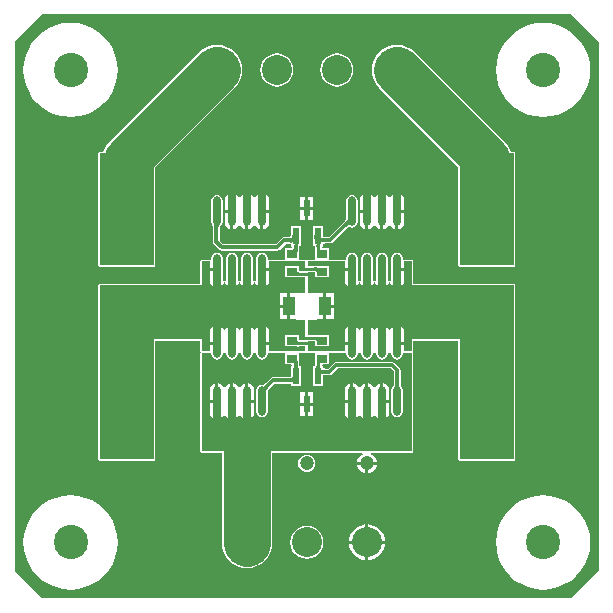
<source format=gtl>
G04*
G04 #@! TF.GenerationSoftware,Altium Limited,Altium Designer,21.6.1 (37)*
G04*
G04 Layer_Physical_Order=1*
G04 Layer_Color=255*
%FSLAX25Y25*%
%MOIN*%
G70*
G04*
G04 #@! TF.SameCoordinates,6932302D-1246-4337-B808-B0F653D0E11F*
G04*
G04*
G04 #@! TF.FilePolarity,Positive*
G04*
G01*
G75*
%ADD11C,0.01000*%
%ADD18R,0.04016X0.06496*%
%ADD19R,0.02362X0.05709*%
%ADD20O,0.02756X0.09843*%
%ADD21R,0.03543X0.02756*%
%ADD31O,0.12000X0.08000*%
%ADD32C,0.02362*%
%ADD33C,0.15748*%
%ADD34C,0.01181*%
%ADD35R,0.36000X0.18000*%
%ADD36R,0.18000X0.37300*%
%ADD37R,0.18000X0.54000*%
%ADD38R,0.18000X0.56000*%
%ADD39C,0.11417*%
%ADD40C,0.10000*%
%ADD41R,0.10000X0.10000*%
%ADD42C,0.04724*%
%ADD43C,0.03150*%
G36*
X259212Y215176D02*
X259212Y38871D01*
X249959Y29618D01*
X73654Y29618D01*
X64401Y38871D01*
X64401Y215176D01*
X73654Y224429D01*
X249959Y224429D01*
X259212Y215176D01*
X259212Y215176D02*
G37*
%LPC*%
G36*
X171806Y211311D02*
X170370Y211122D01*
X169033Y210568D01*
X167884Y209686D01*
X167002Y208538D01*
X166448Y207200D01*
X166259Y205764D01*
X166448Y204328D01*
X167002Y202990D01*
X167884Y201841D01*
X169033Y200959D01*
X170370Y200405D01*
X171806Y200216D01*
X173242Y200405D01*
X174580Y200959D01*
X175729Y201841D01*
X176611Y202990D01*
X177165Y204328D01*
X177354Y205764D01*
X177165Y207200D01*
X176611Y208538D01*
X175729Y209686D01*
X174580Y210568D01*
X173242Y211122D01*
X171806Y211311D01*
X171806Y211311D02*
G37*
G36*
X151806Y211311D02*
X150371Y211122D01*
X149033Y210568D01*
X147884Y209686D01*
X147002Y208538D01*
X146448Y207200D01*
X146259Y205764D01*
X146448Y204328D01*
X147002Y202990D01*
X147884Y201841D01*
X149033Y200959D01*
X150371Y200405D01*
X151806Y200216D01*
X153242Y200405D01*
X154580Y200959D01*
X155729Y201841D01*
X156611Y202990D01*
X157165Y204328D01*
X157354Y205764D01*
X157165Y207200D01*
X156611Y208538D01*
X155729Y209686D01*
X154580Y210568D01*
X153242Y211122D01*
X151806Y211311D01*
X151806Y211311D02*
G37*
G36*
X240546Y221470D02*
X238089Y221276D01*
X235693Y220701D01*
X233416Y219758D01*
X231315Y218470D01*
X229441Y216869D01*
X227840Y214996D01*
X226552Y212894D01*
X225609Y210617D01*
X225034Y208221D01*
X224840Y205764D01*
X225034Y203307D01*
X225609Y200910D01*
X226552Y198633D01*
X227840Y196532D01*
X229441Y194658D01*
X231315Y193057D01*
X233416Y191770D01*
X235693Y190827D01*
X238089Y190251D01*
X240546Y190058D01*
X243003Y190251D01*
X245400Y190827D01*
X247677Y191770D01*
X249778Y193057D01*
X251652Y194658D01*
X253253Y196532D01*
X254540Y198633D01*
X255484Y200910D01*
X256059Y203307D01*
X256252Y205764D01*
X256059Y208221D01*
X255484Y210617D01*
X254540Y212894D01*
X253253Y214996D01*
X251652Y216869D01*
X249778Y218470D01*
X247677Y219758D01*
X245400Y220701D01*
X243003Y221276D01*
X240546Y221470D01*
X240546Y221470D02*
G37*
G36*
X83066Y221470D02*
X80609Y221276D01*
X78213Y220701D01*
X75936Y219758D01*
X73834Y218470D01*
X71960Y216869D01*
X70360Y214996D01*
X69072Y212894D01*
X68129Y210617D01*
X67554Y208221D01*
X67360Y205764D01*
X67554Y203307D01*
X68129Y200910D01*
X69072Y198633D01*
X70360Y196532D01*
X71960Y194658D01*
X73834Y193057D01*
X75936Y191770D01*
X78213Y190827D01*
X80609Y190251D01*
X83066Y190058D01*
X85523Y190251D01*
X87919Y190827D01*
X90197Y191770D01*
X92298Y193057D01*
X94172Y194658D01*
X95772Y196532D01*
X97060Y198633D01*
X98003Y200910D01*
X98579Y203307D01*
X98772Y205764D01*
X98579Y208221D01*
X98003Y210617D01*
X97060Y212894D01*
X95772Y214996D01*
X94172Y216869D01*
X92298Y218470D01*
X90197Y219758D01*
X87919Y220701D01*
X85523Y221276D01*
X83066Y221470D01*
X83066Y221470D02*
G37*
G36*
X190605Y164270D02*
X190092Y163927D01*
X189566Y163140D01*
X189561Y163115D01*
X189051Y163115D01*
X189046Y163140D01*
X188521Y163927D01*
X188045Y164245D01*
X188137Y162569D01*
X187306Y162569D01*
X187306Y158669D01*
X187306Y152801D01*
X187734Y152886D01*
X188521Y153412D01*
X189046Y154198D01*
X189051Y154224D01*
X189561Y154224D01*
X189566Y154198D01*
X190092Y153412D01*
X190878Y152886D01*
X191306Y152801D01*
X191306Y158669D01*
X191306Y162569D01*
X190475Y162569D01*
X190504Y162661D01*
X190529Y162793D01*
X190552Y162965D01*
X190588Y163427D01*
X190605Y164270D01*
X190605Y164270D02*
G37*
G36*
X185605Y164270D02*
X185092Y163927D01*
X184566Y163140D01*
X184561Y163115D01*
X184051Y163115D01*
X184046Y163140D01*
X183521Y163927D01*
X183045Y164245D01*
X183137Y162569D01*
X182306Y162569D01*
X182306Y158669D01*
X182306Y152801D01*
X182734Y152886D01*
X183521Y153412D01*
X184046Y154198D01*
X184051Y154224D01*
X184561Y154224D01*
X184566Y154198D01*
X185092Y153412D01*
X185879Y152886D01*
X186306Y152801D01*
X186306Y158669D01*
X186306Y162569D01*
X185476Y162569D01*
X185504Y162661D01*
X185529Y162793D01*
X185552Y162965D01*
X185588Y163427D01*
X185605Y164270D01*
X185605Y164270D02*
G37*
G36*
X145605Y164270D02*
X145092Y163927D01*
X144566Y163140D01*
X144561Y163115D01*
X144051Y163115D01*
X144046Y163140D01*
X143521Y163927D01*
X143044Y164245D01*
X143137Y162569D01*
X142306Y162569D01*
X142306Y158669D01*
X142306Y152801D01*
X142734Y152886D01*
X143521Y153412D01*
X144046Y154198D01*
X144051Y154224D01*
X144561Y154224D01*
X144566Y154198D01*
X145092Y153412D01*
X145879Y152886D01*
X146306Y152801D01*
X146306Y158669D01*
X146306Y162569D01*
X145475Y162569D01*
X145504Y162661D01*
X145529Y162793D01*
X145552Y162965D01*
X145588Y163427D01*
X145605Y164270D01*
X145605Y164270D02*
G37*
G36*
X140605Y164270D02*
X140092Y163927D01*
X139566Y163140D01*
X139561Y163115D01*
X139051Y163115D01*
X139046Y163140D01*
X138521Y163927D01*
X138045Y164245D01*
X138137Y162569D01*
X137306Y162569D01*
X137306Y158669D01*
X137306Y152801D01*
X137734Y152886D01*
X138521Y153412D01*
X139046Y154198D01*
X139051Y154224D01*
X139561Y154224D01*
X139566Y154198D01*
X140092Y153412D01*
X140878Y152886D01*
X141306Y152801D01*
X141306Y158669D01*
X141306Y162569D01*
X140475Y162569D01*
X140504Y162661D01*
X140529Y162793D01*
X140552Y162965D01*
X140588Y163427D01*
X140605Y164270D01*
X140605Y164270D02*
G37*
G36*
X163987Y163504D02*
X162306Y163504D01*
X162306Y160150D01*
X163987Y160150D01*
X163987Y163504D01*
X163987Y163504D02*
G37*
G36*
X161306Y163504D02*
X159625Y163504D01*
X159625Y160150D01*
X161306Y160150D01*
X161306Y163504D01*
X161306Y163504D02*
G37*
G36*
X193044Y164245D02*
X193137Y162569D01*
X192306Y162569D01*
X192306Y159169D01*
X194231Y159169D01*
X194231Y162213D01*
X194046Y163140D01*
X193521Y163927D01*
X193044Y164245D01*
X193044Y164245D02*
G37*
G36*
X180605Y164270D02*
X180092Y163927D01*
X179566Y163140D01*
X179382Y162213D01*
X179382Y159169D01*
X181306Y159169D01*
X181306Y162569D01*
X180475Y162569D01*
X180504Y162661D01*
X180529Y162793D01*
X180552Y162965D01*
X180588Y163427D01*
X180605Y164270D01*
X180605Y164270D02*
G37*
G36*
X148045Y164245D02*
X148137Y162569D01*
X147306Y162569D01*
X147306Y159169D01*
X149231Y159169D01*
X149231Y162213D01*
X149046Y163140D01*
X148521Y163927D01*
X148045Y164245D01*
X148045Y164245D02*
G37*
G36*
X135605Y164270D02*
X135092Y163927D01*
X134566Y163140D01*
X134382Y162213D01*
X134382Y159169D01*
X136306Y159169D01*
X136306Y162569D01*
X135476Y162569D01*
X135504Y162661D01*
X135529Y162793D01*
X135552Y162965D01*
X135588Y163427D01*
X135605Y164270D01*
X135605Y164270D02*
G37*
G36*
X163987Y159150D02*
X162306Y159150D01*
X162306Y155795D01*
X163987Y155795D01*
X163987Y159150D01*
X163987Y159150D02*
G37*
G36*
X161306Y159150D02*
X159625Y159150D01*
X159625Y155795D01*
X161306Y155795D01*
X161306Y159150D01*
X161306Y159150D02*
G37*
G36*
X194231Y158169D02*
X192306Y158169D01*
X192306Y152801D01*
X192734Y152886D01*
X193521Y153412D01*
X194046Y154198D01*
X194231Y155126D01*
X194231Y158169D01*
X194231Y158169D02*
G37*
G36*
X181306Y158169D02*
X179382Y158169D01*
X179382Y155126D01*
X179566Y154198D01*
X180092Y153412D01*
X180878Y152886D01*
X181306Y152801D01*
X181306Y158169D01*
X181306Y158169D02*
G37*
G36*
X149231Y158169D02*
X147306Y158169D01*
X147306Y152801D01*
X147734Y152886D01*
X148521Y153412D01*
X149046Y154198D01*
X149231Y155126D01*
X149231Y158169D01*
X149231Y158169D02*
G37*
G36*
X136306Y158169D02*
X134382Y158169D01*
X134382Y155126D01*
X134566Y154198D01*
X135092Y153412D01*
X135879Y152886D01*
X136306Y152801D01*
X136306Y158169D01*
X136306Y158169D02*
G37*
G36*
X176806Y164127D02*
X176074Y163982D01*
X175452Y163567D01*
X175037Y162945D01*
X174892Y162213D01*
X174892Y156447D01*
X174882Y156408D01*
X174892Y156351D01*
X174892Y156280D01*
X174872Y156199D01*
X174824Y156079D01*
X174743Y155926D01*
X174629Y155748D01*
X174483Y155551D01*
X174075Y155079D01*
X173822Y154818D01*
X173804Y154772D01*
X169168Y150136D01*
X167955Y150136D01*
X167911Y150155D01*
X167701Y150161D01*
X167535Y150175D01*
X167402Y150197D01*
X167305Y150223D01*
X167245Y150247D01*
X167243Y150248D01*
X167242Y150262D01*
X167227Y150288D01*
X167227Y153752D01*
X163865Y153752D01*
X163865Y150592D01*
X163819Y150357D01*
X163819Y149705D01*
X163819Y149705D01*
X163865Y149471D01*
X163865Y147043D01*
X164447Y147043D01*
X164452Y147031D01*
X164472Y146958D01*
X164489Y146852D01*
X164501Y146717D01*
X164505Y146541D01*
X164505Y146541D01*
X164505Y145842D01*
X164527Y145791D01*
X164527Y145354D01*
X164535Y145315D01*
X164535Y142598D01*
X164049Y142565D01*
X162306Y142565D01*
X161924Y142406D01*
X161689Y142406D01*
X161306Y142565D01*
X159564Y142565D01*
X159078Y142598D01*
X159078Y143065D01*
X159078Y145315D01*
X159086Y145354D01*
X159086Y145791D01*
X159107Y145842D01*
X159107Y146541D01*
X159112Y146717D01*
X159124Y146852D01*
X159141Y146958D01*
X159160Y147031D01*
X159165Y147043D01*
X159747Y147043D01*
X159747Y153752D01*
X156385Y153752D01*
X156385Y150592D01*
X156339Y150357D01*
X156339Y150135D01*
X156308Y150123D01*
X156210Y150097D01*
X156078Y150075D01*
X155912Y150061D01*
X155702Y150055D01*
X155658Y150036D01*
X154279Y150036D01*
X153853Y149951D01*
X153492Y149710D01*
X151518Y147736D01*
X133909Y147736D01*
X132802Y148842D01*
X132802Y152582D01*
X132820Y152617D01*
X132814Y152635D01*
X132822Y152653D01*
X132828Y152955D01*
X132844Y153209D01*
X132869Y153421D01*
X132901Y153589D01*
X132904Y153601D01*
X133160Y153772D01*
X133258Y153919D01*
X133274Y153927D01*
X133284Y153957D01*
X133575Y154393D01*
X133721Y155126D01*
X133721Y162213D01*
X133575Y162945D01*
X133160Y163567D01*
X132539Y163982D01*
X131806Y164127D01*
X131074Y163982D01*
X130452Y163567D01*
X130037Y162945D01*
X129892Y162213D01*
X129892Y155126D01*
X130037Y154393D01*
X130148Y154228D01*
X130171Y154125D01*
X130252Y154011D01*
X130313Y153908D01*
X130368Y153797D01*
X130416Y153678D01*
X130458Y153550D01*
X130494Y153413D01*
X130520Y153273D01*
X130555Y152935D01*
X130559Y152752D01*
X130579Y152708D01*
X130579Y148382D01*
X130579Y148382D01*
X130663Y147956D01*
X130904Y147596D01*
X132662Y145837D01*
X132662Y145837D01*
X133023Y145596D01*
X133449Y145512D01*
X151979Y145512D01*
X151979Y145512D01*
X152404Y145596D01*
X152765Y145837D01*
X154739Y147812D01*
X155658Y147812D01*
X155702Y147792D01*
X155912Y147787D01*
X156078Y147772D01*
X156210Y147750D01*
X156307Y147724D01*
X156368Y147700D01*
X156369Y147699D01*
X156371Y147685D01*
X156385Y147659D01*
X156385Y147043D01*
X156509Y147043D01*
X156716Y146697D01*
X156511Y146354D01*
X154535Y146354D01*
X154535Y142598D01*
X154049Y142565D01*
X149231Y142565D01*
X149221Y142561D01*
X148721Y142895D01*
X148721Y142921D01*
X148575Y143654D01*
X148160Y144275D01*
X147539Y144690D01*
X146806Y144836D01*
X146074Y144690D01*
X145452Y144275D01*
X145037Y143654D01*
X144892Y142921D01*
X144892Y135886D01*
X144868Y135825D01*
X144837Y135790D01*
X144454Y135474D01*
X144159Y135474D01*
X143776Y135790D01*
X143745Y135825D01*
X143721Y135886D01*
X143721Y142921D01*
X143575Y143654D01*
X143160Y144275D01*
X142539Y144690D01*
X141806Y144836D01*
X141074Y144690D01*
X140452Y144275D01*
X140037Y143654D01*
X139892Y142921D01*
X139892Y135886D01*
X139868Y135825D01*
X139837Y135790D01*
X139453Y135474D01*
X139159Y135474D01*
X138776Y135790D01*
X138745Y135825D01*
X138721Y135886D01*
X138721Y142921D01*
X138575Y143654D01*
X138160Y144275D01*
X137539Y144690D01*
X136806Y144836D01*
X136074Y144690D01*
X135452Y144275D01*
X135037Y143654D01*
X134892Y142921D01*
X134892Y135886D01*
X134868Y135825D01*
X134837Y135790D01*
X134453Y135474D01*
X134159Y135474D01*
X133776Y135790D01*
X133745Y135825D01*
X133721Y135886D01*
X133721Y142921D01*
X133575Y143654D01*
X133160Y144275D01*
X132539Y144690D01*
X131806Y144836D01*
X131074Y144690D01*
X130452Y144275D01*
X130037Y143654D01*
X129892Y142921D01*
X129892Y142895D01*
X129392Y142561D01*
X129382Y142565D01*
X126806Y142565D01*
X126424Y142406D01*
X126265Y142024D01*
X126265Y134565D01*
X92806Y134565D01*
X92424Y134406D01*
X92265Y134024D01*
X92265Y132024D01*
X92265Y116024D01*
X92265Y76024D01*
X92424Y75641D01*
X92806Y75482D01*
X110806Y75482D01*
X111189Y75641D01*
X111347Y76024D01*
X111347Y115482D01*
X126265Y115482D01*
X126265Y112024D01*
X126377Y111753D01*
X126265Y111482D01*
X126265Y78740D01*
X126424Y78357D01*
X126806Y78199D01*
X133392Y78199D01*
X133392Y70024D01*
X133392Y48024D01*
X133553Y46382D01*
X134032Y44804D01*
X134810Y43349D01*
X135856Y42074D01*
X137131Y41027D01*
X138586Y40250D01*
X140165Y39771D01*
X141806Y39609D01*
X143448Y39771D01*
X145026Y40250D01*
X146481Y41027D01*
X147756Y42074D01*
X148803Y43349D01*
X149580Y44804D01*
X150059Y46382D01*
X150221Y48024D01*
X150221Y70024D01*
X150221Y78199D01*
X180341Y78199D01*
X180440Y77699D01*
X180111Y77562D01*
X179408Y77024D01*
X178869Y76321D01*
X178531Y75503D01*
X178481Y75126D01*
X181806Y75126D01*
X185132Y75126D01*
X185082Y75503D01*
X184743Y76321D01*
X184204Y77024D01*
X183502Y77562D01*
X183173Y77699D01*
X183272Y78199D01*
X196806Y78199D01*
X197189Y78357D01*
X197347Y78740D01*
X197347Y111482D01*
X197235Y111753D01*
X197347Y112024D01*
X197347Y115482D01*
X212265Y115482D01*
X212265Y76024D01*
X212424Y75641D01*
X212806Y75482D01*
X230806Y75482D01*
X231189Y75641D01*
X231347Y76024D01*
X231347Y130024D01*
X231347Y134024D01*
X231189Y134406D01*
X230806Y134565D01*
X197347Y134565D01*
X197347Y142024D01*
X197189Y142406D01*
X196806Y142565D01*
X194231Y142565D01*
X194221Y142561D01*
X193721Y142895D01*
X193721Y142921D01*
X193575Y143654D01*
X193160Y144275D01*
X192539Y144690D01*
X191806Y144836D01*
X191074Y144690D01*
X190452Y144275D01*
X190037Y143654D01*
X189892Y142921D01*
X189892Y135886D01*
X189868Y135825D01*
X189837Y135790D01*
X189453Y135474D01*
X189159Y135474D01*
X188776Y135790D01*
X188745Y135825D01*
X188721Y135886D01*
X188721Y142921D01*
X188575Y143654D01*
X188160Y144275D01*
X187539Y144690D01*
X186806Y144836D01*
X186074Y144690D01*
X185452Y144275D01*
X185037Y143654D01*
X184892Y142921D01*
X184892Y135886D01*
X184868Y135825D01*
X184837Y135790D01*
X184453Y135474D01*
X184159Y135474D01*
X183776Y135790D01*
X183745Y135825D01*
X183721Y135886D01*
X183721Y142921D01*
X183575Y143654D01*
X183160Y144275D01*
X182539Y144690D01*
X181806Y144836D01*
X181074Y144690D01*
X180452Y144275D01*
X180037Y143654D01*
X179892Y142921D01*
X179892Y135886D01*
X179868Y135825D01*
X179837Y135790D01*
X179454Y135474D01*
X179159Y135474D01*
X178776Y135790D01*
X178745Y135825D01*
X178721Y135886D01*
X178721Y142921D01*
X178575Y143654D01*
X178160Y144275D01*
X177539Y144690D01*
X176806Y144836D01*
X176074Y144690D01*
X175452Y144275D01*
X175037Y143654D01*
X174892Y142921D01*
X174892Y142895D01*
X174391Y142561D01*
X174382Y142565D01*
X169564Y142565D01*
X169078Y142598D01*
X169078Y143065D01*
X169078Y146354D01*
X167102Y146354D01*
X166896Y146697D01*
X167103Y147043D01*
X167227Y147043D01*
X167227Y147759D01*
X167242Y147785D01*
X167243Y147799D01*
X167245Y147800D01*
X167305Y147824D01*
X167402Y147850D01*
X167535Y147872D01*
X167701Y147887D01*
X167911Y147892D01*
X167955Y147912D01*
X169628Y147912D01*
X169628Y147912D01*
X170054Y147996D01*
X170415Y148237D01*
X175180Y153003D01*
X175200Y153007D01*
X175225Y153045D01*
X175267Y153062D01*
X175445Y153233D01*
X175524Y153275D01*
X175917Y153420D01*
X175949Y153417D01*
X175971Y153395D01*
X176017Y153395D01*
X176074Y153357D01*
X176806Y153211D01*
X177539Y153357D01*
X178160Y153772D01*
X178575Y154393D01*
X178721Y155126D01*
X178721Y162213D01*
X178575Y162945D01*
X178160Y163567D01*
X177539Y163982D01*
X176806Y164127D01*
X176806Y164127D02*
G37*
G36*
X191806Y214178D02*
X190165Y214017D01*
X188586Y213538D01*
X187131Y212760D01*
X185856Y211714D01*
X184810Y210439D01*
X184032Y208984D01*
X183553Y207405D01*
X183392Y205764D01*
X183553Y204122D01*
X184032Y202544D01*
X184810Y201089D01*
X185856Y199814D01*
X212265Y173405D01*
X212265Y140724D01*
X212424Y140341D01*
X212806Y140182D01*
X230806Y140182D01*
X231189Y140341D01*
X231347Y140724D01*
X231347Y178024D01*
X231189Y178406D01*
X230806Y178565D01*
X229707Y178565D01*
X229580Y178984D01*
X228803Y180439D01*
X227756Y181714D01*
X197756Y211714D01*
X196481Y212760D01*
X195026Y213538D01*
X193448Y214017D01*
X191806Y214178D01*
X191806Y214178D02*
G37*
G36*
X131806Y214178D02*
X130165Y214017D01*
X128586Y213538D01*
X127131Y212760D01*
X125856Y211714D01*
X95856Y181714D01*
X94810Y180439D01*
X94032Y178984D01*
X93905Y178565D01*
X92806Y178565D01*
X92424Y178406D01*
X92265Y178024D01*
X92265Y140724D01*
X92424Y140341D01*
X92806Y140182D01*
X110806Y140182D01*
X111189Y140341D01*
X111347Y140724D01*
X111347Y173405D01*
X137756Y199814D01*
X138803Y201089D01*
X139580Y202544D01*
X140059Y204122D01*
X140221Y205764D01*
X140059Y207405D01*
X139580Y208984D01*
X138803Y210439D01*
X137756Y211714D01*
X136481Y212760D01*
X135026Y213538D01*
X133448Y214017D01*
X131806Y214178D01*
X131806Y214178D02*
G37*
G36*
X161806Y77513D02*
X161059Y77414D01*
X160363Y77126D01*
X159765Y76667D01*
X159306Y76069D01*
X159018Y75373D01*
X158919Y74626D01*
X159018Y73879D01*
X159306Y73182D01*
X159765Y72584D01*
X160363Y72126D01*
X161059Y71837D01*
X161806Y71739D01*
X162554Y71837D01*
X163250Y72126D01*
X163848Y72584D01*
X164306Y73182D01*
X164595Y73879D01*
X164693Y74626D01*
X164595Y75373D01*
X164306Y76069D01*
X163848Y76667D01*
X163250Y77126D01*
X162554Y77414D01*
X161806Y77513D01*
X161806Y77513D02*
G37*
G36*
X181306Y74126D02*
X178481Y74126D01*
X178531Y73748D01*
X178869Y72930D01*
X179408Y72228D01*
X180111Y71689D01*
X180929Y71350D01*
X181306Y71300D01*
X181306Y74126D01*
X181306Y74126D02*
G37*
G36*
X185132Y74126D02*
X182306Y74126D01*
X182306Y71300D01*
X182684Y71350D01*
X183502Y71689D01*
X184204Y72228D01*
X184743Y72930D01*
X185082Y73748D01*
X185132Y74126D01*
X185132Y74126D02*
G37*
G36*
X182306Y54263D02*
X182306Y48783D01*
X187786Y48783D01*
X187720Y49460D01*
X187376Y50591D01*
X186819Y51633D01*
X186070Y52547D01*
X185156Y53296D01*
X184114Y53854D01*
X182983Y54197D01*
X182306Y54263D01*
X182306Y54263D02*
G37*
G36*
X181306Y54263D02*
X180630Y54197D01*
X179499Y53854D01*
X178457Y53296D01*
X177543Y52547D01*
X176793Y51633D01*
X176236Y50591D01*
X175893Y49460D01*
X175827Y48783D01*
X181306Y48783D01*
X181306Y54263D01*
X181306Y54263D02*
G37*
G36*
X161806Y53831D02*
X160371Y53642D01*
X159033Y53088D01*
X157884Y52206D01*
X157002Y51057D01*
X156448Y49719D01*
X156259Y48283D01*
X156448Y46848D01*
X157002Y45510D01*
X157884Y44361D01*
X159033Y43479D01*
X160371Y42925D01*
X161806Y42736D01*
X163242Y42925D01*
X164580Y43479D01*
X165729Y44361D01*
X166611Y45510D01*
X167165Y46848D01*
X167354Y48283D01*
X167165Y49719D01*
X166611Y51057D01*
X165729Y52206D01*
X164580Y53088D01*
X163242Y53642D01*
X161806Y53831D01*
X161806Y53831D02*
G37*
G36*
X181306Y47783D02*
X175827Y47783D01*
X175893Y47107D01*
X176236Y45976D01*
X176793Y44934D01*
X177543Y44020D01*
X178457Y43270D01*
X179499Y42713D01*
X180630Y42370D01*
X181306Y42304D01*
X181306Y47783D01*
X181306Y47783D02*
G37*
G36*
X187786Y47783D02*
X182306Y47783D01*
X182306Y42304D01*
X182983Y42370D01*
X184114Y42713D01*
X185156Y43270D01*
X186070Y44020D01*
X186819Y44934D01*
X187376Y45976D01*
X187720Y47107D01*
X187786Y47783D01*
X187786Y47783D02*
G37*
G36*
X240546Y63989D02*
X238089Y63796D01*
X235693Y63221D01*
X233416Y62278D01*
X231315Y60990D01*
X229441Y59389D01*
X227840Y57515D01*
X226552Y55414D01*
X225609Y53137D01*
X225034Y50740D01*
X224840Y48283D01*
X225034Y45827D01*
X225609Y43430D01*
X226552Y41153D01*
X227840Y39052D01*
X229441Y37178D01*
X231315Y35577D01*
X233416Y34289D01*
X235693Y33346D01*
X238089Y32771D01*
X240546Y32578D01*
X243003Y32771D01*
X245400Y33346D01*
X247677Y34289D01*
X249778Y35577D01*
X251652Y37178D01*
X253253Y39052D01*
X254540Y41153D01*
X255484Y43430D01*
X256059Y45827D01*
X256252Y48283D01*
X256059Y50740D01*
X255484Y53137D01*
X254540Y55414D01*
X253253Y57515D01*
X251652Y59389D01*
X249778Y60990D01*
X247677Y62278D01*
X245400Y63221D01*
X243003Y63796D01*
X240546Y63989D01*
X240546Y63989D02*
G37*
G36*
X83066Y63989D02*
X80609Y63796D01*
X78213Y63221D01*
X75936Y62278D01*
X73834Y60990D01*
X71960Y59389D01*
X70360Y57515D01*
X69072Y55414D01*
X68129Y53137D01*
X67554Y50740D01*
X67360Y48283D01*
X67554Y45827D01*
X68129Y43430D01*
X69072Y41153D01*
X70360Y39052D01*
X71960Y37178D01*
X73834Y35577D01*
X75936Y34289D01*
X78213Y33346D01*
X80609Y32771D01*
X83066Y32578D01*
X85523Y32771D01*
X87919Y33346D01*
X90197Y34289D01*
X92298Y35577D01*
X94172Y37178D01*
X95772Y39052D01*
X97060Y41153D01*
X98003Y43430D01*
X98579Y45827D01*
X98772Y48283D01*
X98579Y50740D01*
X98003Y53137D01*
X97060Y55414D01*
X95772Y57515D01*
X94172Y59389D01*
X92298Y60990D01*
X90197Y62278D01*
X87919Y63221D01*
X85523Y63796D01*
X83066Y63989D01*
X83066Y63989D02*
G37*
%LPD*%
G36*
X176177Y153895D02*
X176130Y154008D01*
X176065Y154086D01*
X175981Y154129D01*
X175880Y154137D01*
X175760Y154110D01*
X175623Y154049D01*
X175468Y153952D01*
X175294Y153820D01*
X175102Y153654D01*
X174892Y153453D01*
X174211Y154441D01*
X174475Y154713D01*
X174906Y155213D01*
X175075Y155441D01*
X175211Y155653D01*
X175316Y155851D01*
X175389Y156034D01*
X175430Y156202D01*
X175439Y156356D01*
X175417Y156494D01*
X176177Y153895D01*
X176177Y153895D02*
G37*
G36*
X132862Y154278D02*
X132752Y154269D01*
X132653Y154226D01*
X132566Y154150D01*
X132490Y154039D01*
X132426Y153895D01*
X132374Y153716D01*
X132333Y153504D01*
X132304Y153258D01*
X132287Y152977D01*
X132281Y152663D01*
X131100Y152765D01*
X131095Y152969D01*
X131056Y153351D01*
X131022Y153531D01*
X130978Y153702D01*
X130925Y153865D01*
X130861Y154020D01*
X130788Y154167D01*
X130706Y154306D01*
X130613Y154437D01*
X132862Y154278D01*
X132862Y154278D02*
G37*
G36*
X166716Y150092D02*
X166751Y149992D01*
X166811Y149904D01*
X166894Y149827D01*
X167002Y149762D01*
X167133Y149709D01*
X167288Y149667D01*
X167467Y149638D01*
X167670Y149620D01*
X167897Y149614D01*
X167897Y148433D01*
X167670Y148427D01*
X167467Y148409D01*
X167288Y148380D01*
X167133Y148339D01*
X167002Y148285D01*
X166894Y148221D01*
X166811Y148144D01*
X166751Y148055D01*
X166716Y147955D01*
X166703Y147843D01*
X166703Y150205D01*
X166716Y150092D01*
X166716Y150092D02*
G37*
G36*
X156909Y147742D02*
X156897Y147855D01*
X156861Y147955D01*
X156802Y148044D01*
X156718Y148120D01*
X156611Y148185D01*
X156480Y148239D01*
X156324Y148280D01*
X156146Y148309D01*
X155943Y148327D01*
X155716Y148333D01*
X155716Y149514D01*
X155943Y149520D01*
X156146Y149538D01*
X156324Y149567D01*
X156480Y149609D01*
X156611Y149662D01*
X156718Y149727D01*
X156802Y149803D01*
X156861Y149892D01*
X156897Y149993D01*
X156909Y150105D01*
X156909Y147742D01*
X156909Y147742D02*
G37*
G36*
X166451Y147557D02*
X166367Y147527D01*
X166291Y147476D01*
X166226Y147405D01*
X166172Y147314D01*
X166126Y147203D01*
X166092Y147071D01*
X166067Y146920D01*
X166051Y146748D01*
X166050Y146699D01*
X166051Y146651D01*
X166067Y146479D01*
X166092Y146328D01*
X166126Y146197D01*
X166172Y146085D01*
X166226Y145994D01*
X166291Y145923D01*
X166367Y145872D01*
X166451Y145841D01*
X166546Y145830D01*
X165047Y145842D01*
X165047Y146555D01*
X165047Y146555D01*
X165041Y146748D01*
X165026Y146920D01*
X165001Y147071D01*
X164966Y147203D01*
X164921Y147314D01*
X164866Y147405D01*
X164801Y147476D01*
X164726Y147527D01*
X164641Y147557D01*
X164547Y147567D01*
X166546Y147567D01*
X166451Y147557D01*
X166451Y147557D02*
G37*
G36*
X158971Y147557D02*
X158886Y147527D01*
X158811Y147476D01*
X158746Y147405D01*
X158691Y147314D01*
X158646Y147203D01*
X158611Y147071D01*
X158586Y146920D01*
X158571Y146748D01*
X158566Y146555D01*
X158566Y146555D01*
X158566Y145842D01*
X157066Y145830D01*
X157161Y145841D01*
X157246Y145872D01*
X157321Y145923D01*
X157386Y145994D01*
X157441Y146085D01*
X157486Y146197D01*
X157521Y146328D01*
X157546Y146479D01*
X157561Y146651D01*
X157562Y146699D01*
X157561Y146748D01*
X157546Y146920D01*
X157521Y147071D01*
X157486Y147203D01*
X157441Y147314D01*
X157386Y147405D01*
X157321Y147476D01*
X157246Y147527D01*
X157161Y147557D01*
X157066Y147567D01*
X159066Y147567D01*
X158971Y147557D01*
X158971Y147557D02*
G37*
G36*
X165059Y138424D02*
X165048Y138519D01*
X165017Y138604D01*
X164966Y138679D01*
X164895Y138744D01*
X164804Y138799D01*
X164692Y138844D01*
X164561Y138879D01*
X164410Y138904D01*
X164238Y138919D01*
X164047Y138924D01*
X164047Y139924D01*
X165047Y139937D01*
X165059Y138424D01*
X165059Y138424D02*
G37*
G36*
X158565Y138623D02*
X158596Y138538D01*
X158647Y138463D01*
X158718Y138398D01*
X158809Y138343D01*
X158920Y138298D01*
X159052Y138263D01*
X159203Y138238D01*
X159374Y138223D01*
X159566Y138218D01*
X159566Y137218D01*
X158566Y137205D01*
X158554Y138718D01*
X158565Y138623D01*
X158565Y138623D02*
G37*
G36*
X196806Y112024D02*
X194231Y112024D01*
X194231Y114169D01*
X191806Y114169D01*
X191806Y114669D01*
X191306Y114669D01*
X191306Y118569D01*
X190475Y118569D01*
X190504Y118661D01*
X190529Y118793D01*
X190552Y118965D01*
X190588Y119427D01*
X190605Y120270D01*
X190092Y119927D01*
X189566Y119140D01*
X189561Y119115D01*
X189051Y119115D01*
X189046Y119140D01*
X188521Y119927D01*
X188045Y120245D01*
X188137Y118569D01*
X187306Y118569D01*
X187306Y114669D01*
X186306Y114669D01*
X186306Y118569D01*
X185476Y118569D01*
X185504Y118661D01*
X185529Y118793D01*
X185552Y118965D01*
X185588Y119427D01*
X185605Y120270D01*
X185092Y119927D01*
X184566Y119140D01*
X184561Y119115D01*
X184051Y119115D01*
X184046Y119140D01*
X183521Y119927D01*
X183045Y120245D01*
X183137Y118569D01*
X182306Y118569D01*
X182306Y114669D01*
X181306Y114669D01*
X181306Y118569D01*
X180475Y118569D01*
X180504Y118661D01*
X180529Y118793D01*
X180552Y118965D01*
X180588Y119427D01*
X180605Y120270D01*
X180092Y119927D01*
X179566Y119140D01*
X179561Y119115D01*
X179051Y119115D01*
X179046Y119140D01*
X178521Y119927D01*
X178044Y120245D01*
X178137Y118569D01*
X177306Y118569D01*
X177306Y114669D01*
X176806Y114669D01*
X176806Y114169D01*
X174382Y114169D01*
X174382Y112024D01*
X162306Y112024D01*
X162306Y115310D01*
X163984Y115310D01*
X164032Y115288D01*
X164208Y115284D01*
X164342Y115272D01*
X164447Y115254D01*
X164521Y115235D01*
X164535Y115229D01*
X164535Y113598D01*
X169078Y113598D01*
X169078Y117354D01*
X165633Y117354D01*
X165535Y117374D01*
X165436Y117354D01*
X165114Y117354D01*
X165042Y117384D01*
X165041Y117383D01*
X165040Y117384D01*
X164040Y117370D01*
X163989Y117349D01*
X162306Y117349D01*
X162306Y122545D01*
X164956Y122545D01*
X165339Y122704D01*
X165368Y122776D01*
X167290Y122776D01*
X167290Y127024D01*
X167290Y131272D01*
X165368Y131272D01*
X165339Y131343D01*
X164956Y131502D01*
X162306Y131502D01*
X162306Y138404D01*
X163984Y138404D01*
X164032Y138383D01*
X164208Y138378D01*
X164342Y138366D01*
X164447Y138349D01*
X164521Y138329D01*
X164535Y138324D01*
X164535Y136693D01*
X169078Y136693D01*
X169078Y140449D01*
X165114Y140449D01*
X165042Y140478D01*
X165041Y140477D01*
X165040Y140478D01*
X164040Y140465D01*
X163989Y140443D01*
X162306Y140443D01*
X162306Y142024D01*
X174382Y142024D01*
X174382Y139878D01*
X176806Y139878D01*
X176806Y139378D01*
X177306Y139378D01*
X177306Y135478D01*
X178137Y135478D01*
X178109Y135386D01*
X178083Y135254D01*
X178061Y135082D01*
X178025Y134620D01*
X178008Y133777D01*
X178521Y134120D01*
X179046Y134907D01*
X179051Y134932D01*
X179561Y134932D01*
X179566Y134907D01*
X180092Y134120D01*
X180568Y133802D01*
X180475Y135478D01*
X181306Y135478D01*
X181306Y139378D01*
X182306Y139378D01*
X182306Y135478D01*
X183137Y135478D01*
X183109Y135386D01*
X183083Y135254D01*
X183061Y135082D01*
X183025Y134620D01*
X183008Y133777D01*
X183521Y134120D01*
X184046Y134907D01*
X184051Y134932D01*
X184561Y134932D01*
X184566Y134907D01*
X185092Y134120D01*
X185568Y133802D01*
X185476Y135478D01*
X186306Y135478D01*
X186306Y139378D01*
X187306Y139378D01*
X187306Y135478D01*
X188137Y135478D01*
X188109Y135386D01*
X188083Y135254D01*
X188061Y135082D01*
X188025Y134620D01*
X188008Y133777D01*
X188521Y134120D01*
X189046Y134907D01*
X189051Y134932D01*
X189561Y134932D01*
X189566Y134907D01*
X190092Y134120D01*
X190568Y133802D01*
X190475Y135478D01*
X191306Y135478D01*
X191306Y139378D01*
X191806Y139378D01*
X191806Y139878D01*
X194231Y139878D01*
X194231Y142024D01*
X196806Y142024D01*
X196806Y112024D01*
X196806Y112024D02*
G37*
G36*
X161306Y138738D02*
X159628Y138738D01*
X159580Y138759D01*
X159405Y138764D01*
X159271Y138776D01*
X159166Y138793D01*
X159092Y138812D01*
X159078Y138818D01*
X159078Y140449D01*
X154535Y140449D01*
X154535Y136693D01*
X158498Y136693D01*
X158570Y136664D01*
X158572Y136664D01*
X158573Y136664D01*
X159573Y136677D01*
X159623Y136698D01*
X161306Y136698D01*
X161306Y131502D01*
X158657Y131502D01*
X158274Y131343D01*
X158244Y131272D01*
X156322Y131272D01*
X156322Y127024D01*
X156322Y122776D01*
X158244Y122776D01*
X158274Y122704D01*
X158657Y122545D01*
X161306Y122545D01*
X161306Y115643D01*
X159628Y115643D01*
X159580Y115665D01*
X159405Y115669D01*
X159271Y115681D01*
X159166Y115698D01*
X159092Y115718D01*
X159078Y115724D01*
X159078Y117354D01*
X154535Y117354D01*
X154535Y113598D01*
X158498Y113598D01*
X158570Y113569D01*
X158572Y113570D01*
X158573Y113569D01*
X159573Y113583D01*
X159623Y113604D01*
X161306Y113604D01*
X161306Y112024D01*
X149231Y112024D01*
X149231Y114169D01*
X146806Y114169D01*
X146806Y114669D01*
X146306Y114669D01*
X146306Y118569D01*
X145475Y118569D01*
X145504Y118661D01*
X145529Y118793D01*
X145552Y118965D01*
X145588Y119427D01*
X145605Y120270D01*
X145092Y119927D01*
X144566Y119140D01*
X144561Y119115D01*
X144051Y119115D01*
X144046Y119140D01*
X143521Y119927D01*
X143044Y120245D01*
X143137Y118569D01*
X142306Y118569D01*
X142306Y114669D01*
X141306Y114669D01*
X141306Y118569D01*
X140475Y118569D01*
X140504Y118661D01*
X140529Y118793D01*
X140552Y118965D01*
X140588Y119427D01*
X140605Y120270D01*
X140092Y119927D01*
X139566Y119140D01*
X139561Y119115D01*
X139051Y119115D01*
X139046Y119140D01*
X138521Y119927D01*
X138045Y120245D01*
X138137Y118569D01*
X137306Y118569D01*
X137306Y114669D01*
X136306Y114669D01*
X136306Y118569D01*
X135476Y118569D01*
X135504Y118661D01*
X135529Y118793D01*
X135552Y118965D01*
X135588Y119427D01*
X135605Y120270D01*
X135092Y119927D01*
X134566Y119140D01*
X134561Y119115D01*
X134051Y119115D01*
X134046Y119140D01*
X133521Y119927D01*
X133045Y120245D01*
X133137Y118569D01*
X132306Y118569D01*
X132306Y114669D01*
X131806Y114669D01*
X131806Y114169D01*
X129382Y114169D01*
X129382Y112024D01*
X126806Y112024D01*
X126806Y142024D01*
X129382Y142024D01*
X129382Y139878D01*
X131806Y139878D01*
X131806Y139378D01*
X132306Y139378D01*
X132306Y135478D01*
X133137Y135478D01*
X133109Y135386D01*
X133083Y135254D01*
X133061Y135082D01*
X133025Y134620D01*
X133008Y133777D01*
X133521Y134120D01*
X134046Y134907D01*
X134051Y134932D01*
X134561Y134932D01*
X134566Y134907D01*
X135092Y134120D01*
X135568Y133802D01*
X135476Y135478D01*
X136306Y135478D01*
X136306Y139378D01*
X137306Y139378D01*
X137306Y135478D01*
X138137Y135478D01*
X138109Y135386D01*
X138083Y135254D01*
X138061Y135082D01*
X138025Y134620D01*
X138008Y133777D01*
X138521Y134120D01*
X139046Y134907D01*
X139051Y134932D01*
X139561Y134932D01*
X139566Y134907D01*
X140092Y134120D01*
X140568Y133802D01*
X140475Y135478D01*
X141306Y135478D01*
X141306Y139378D01*
X142306Y139378D01*
X142306Y135478D01*
X143137Y135478D01*
X143109Y135386D01*
X143083Y135254D01*
X143061Y135082D01*
X143025Y134620D01*
X143008Y133777D01*
X143521Y134120D01*
X144046Y134907D01*
X144051Y134932D01*
X144561Y134932D01*
X144566Y134907D01*
X145092Y134120D01*
X145568Y133802D01*
X145475Y135478D01*
X146306Y135478D01*
X146306Y139378D01*
X146806Y139378D01*
X146806Y139878D01*
X149231Y139878D01*
X149231Y142024D01*
X161306Y142024D01*
X161306Y138738D01*
X161306Y138738D02*
G37*
G36*
X165059Y115329D02*
X165048Y115424D01*
X165017Y115509D01*
X164966Y115584D01*
X164895Y115649D01*
X164804Y115704D01*
X164692Y115749D01*
X164561Y115784D01*
X164410Y115809D01*
X164238Y115824D01*
X164047Y115829D01*
X164047Y116829D01*
X165047Y116842D01*
X165059Y115329D01*
X165059Y115329D02*
G37*
G36*
X158565Y115529D02*
X158596Y115444D01*
X158647Y115369D01*
X158718Y115304D01*
X158809Y115249D01*
X158920Y115204D01*
X159052Y115169D01*
X159203Y115144D01*
X159374Y115129D01*
X159566Y115124D01*
X159566Y114124D01*
X158566Y114110D01*
X158554Y115624D01*
X158565Y115529D01*
X158565Y115529D02*
G37*
G36*
X189892Y111126D02*
X190037Y110393D01*
X190452Y109772D01*
X191074Y109357D01*
X191806Y109211D01*
X192539Y109357D01*
X193160Y109772D01*
X193575Y110393D01*
X193721Y111126D01*
X193721Y111281D01*
X194221Y111486D01*
X194231Y111482D01*
X196806Y111482D01*
X196806Y78740D01*
X126806Y78740D01*
X126806Y111482D01*
X129382Y111482D01*
X129392Y111486D01*
X129892Y111281D01*
X129892Y111126D01*
X130037Y110393D01*
X130452Y109772D01*
X131074Y109357D01*
X131806Y109211D01*
X132539Y109357D01*
X133160Y109772D01*
X133575Y110393D01*
X133721Y111126D01*
X133721Y111524D01*
X134892Y111524D01*
X134892Y111126D01*
X135037Y110393D01*
X135452Y109772D01*
X136074Y109357D01*
X136806Y109211D01*
X137539Y109357D01*
X138160Y109772D01*
X138575Y110393D01*
X138721Y111126D01*
X138721Y111524D01*
X139892Y111524D01*
X139892Y111126D01*
X140037Y110393D01*
X140452Y109772D01*
X141074Y109357D01*
X141806Y109211D01*
X142539Y109357D01*
X143160Y109772D01*
X143575Y110393D01*
X143721Y111126D01*
X143721Y111524D01*
X144892Y111524D01*
X144892Y111126D01*
X145037Y110393D01*
X145452Y109772D01*
X146074Y109357D01*
X146806Y109211D01*
X147539Y109357D01*
X148160Y109772D01*
X148575Y110393D01*
X148721Y111126D01*
X148721Y111281D01*
X149221Y111486D01*
X149231Y111482D01*
X154049Y111482D01*
X154535Y111449D01*
X154535Y110982D01*
X154535Y107693D01*
X156515Y107693D01*
X156716Y107357D01*
X156506Y107004D01*
X156385Y107004D01*
X156385Y103475D01*
X156309Y103399D01*
X150490Y103399D01*
X150064Y103314D01*
X149704Y103073D01*
X149704Y103073D01*
X148037Y101406D01*
X148019Y101402D01*
X147992Y101361D01*
X147992Y101361D01*
X147946Y101343D01*
X147731Y101136D01*
X147544Y100972D01*
X147382Y100845D01*
X147248Y100755D01*
X147239Y100750D01*
X146937Y100810D01*
X146928Y100816D01*
X146918Y100814D01*
X146806Y100836D01*
X146074Y100690D01*
X145452Y100275D01*
X145037Y99654D01*
X144892Y98921D01*
X144892Y91835D01*
X145037Y91102D01*
X145452Y90481D01*
X146074Y90066D01*
X146806Y89920D01*
X147539Y90066D01*
X148160Y90481D01*
X148575Y91102D01*
X148721Y91835D01*
X148721Y98770D01*
X148767Y98850D01*
X148866Y98994D01*
X149180Y99368D01*
X149383Y99579D01*
X149401Y99625D01*
X150950Y101175D01*
X156385Y101175D01*
X156385Y100295D01*
X159747Y100295D01*
X159747Y107004D01*
X159165Y107004D01*
X159160Y107016D01*
X159141Y107090D01*
X159124Y107195D01*
X159112Y107330D01*
X159107Y107506D01*
X159107Y108205D01*
X159086Y108257D01*
X159086Y108693D01*
X159078Y108732D01*
X159078Y111449D01*
X159564Y111482D01*
X161306Y111482D01*
X161406Y111524D01*
X162207Y111524D01*
X162306Y111482D01*
X164049Y111482D01*
X164535Y111449D01*
X164535Y110982D01*
X164535Y108732D01*
X164527Y108693D01*
X164527Y108257D01*
X164505Y108205D01*
X164505Y107506D01*
X164505Y107506D01*
X164501Y107330D01*
X164489Y107195D01*
X164472Y107090D01*
X164452Y107016D01*
X164447Y107004D01*
X163865Y107004D01*
X163865Y100295D01*
X167227Y100295D01*
X167227Y103859D01*
X167242Y103885D01*
X167243Y103899D01*
X167245Y103900D01*
X167305Y103924D01*
X167402Y103950D01*
X167535Y103972D01*
X167701Y103987D01*
X167911Y103992D01*
X167955Y104012D01*
X169334Y104012D01*
X169334Y104012D01*
X169759Y104096D01*
X170120Y104337D01*
X172094Y106312D01*
X189703Y106312D01*
X190810Y105205D01*
X190810Y101465D01*
X190792Y101431D01*
X190798Y101412D01*
X190790Y101394D01*
X190785Y101092D01*
X190769Y100838D01*
X190744Y100626D01*
X190712Y100458D01*
X190708Y100446D01*
X190452Y100275D01*
X190355Y100129D01*
X190339Y100121D01*
X190329Y100091D01*
X190037Y99654D01*
X189892Y98921D01*
X189892Y91835D01*
X190037Y91102D01*
X190452Y90481D01*
X191074Y90066D01*
X191806Y89920D01*
X192539Y90066D01*
X193160Y90481D01*
X193575Y91102D01*
X193721Y91835D01*
X193721Y98921D01*
X193575Y99654D01*
X193465Y99819D01*
X193441Y99922D01*
X193361Y100036D01*
X193300Y100139D01*
X193245Y100250D01*
X193196Y100369D01*
X193154Y100497D01*
X193119Y100634D01*
X193093Y100774D01*
X193058Y101112D01*
X193054Y101295D01*
X193034Y101340D01*
X193034Y105666D01*
X192949Y106091D01*
X192708Y106452D01*
X192708Y106452D01*
X192708Y106452D01*
X190950Y108210D01*
X190589Y108451D01*
X190164Y108536D01*
X190164Y108536D01*
X171634Y108536D01*
X171208Y108451D01*
X170848Y108210D01*
X168873Y106236D01*
X167955Y106236D01*
X167911Y106255D01*
X167701Y106261D01*
X167535Y106275D01*
X167402Y106297D01*
X167305Y106323D01*
X167245Y106347D01*
X167243Y106348D01*
X167242Y106362D01*
X167227Y106388D01*
X167227Y107004D01*
X167107Y107004D01*
X166896Y107357D01*
X167098Y107693D01*
X169078Y107693D01*
X169078Y111449D01*
X169564Y111482D01*
X174382Y111482D01*
X174392Y111486D01*
X174892Y111281D01*
X174892Y111126D01*
X175037Y110393D01*
X175452Y109772D01*
X176074Y109357D01*
X176806Y109211D01*
X177539Y109357D01*
X178160Y109772D01*
X178575Y110393D01*
X178721Y111126D01*
X178721Y111524D01*
X179892Y111524D01*
X179892Y111126D01*
X180037Y110393D01*
X180452Y109772D01*
X181074Y109357D01*
X181806Y109211D01*
X182539Y109357D01*
X183160Y109772D01*
X183575Y110393D01*
X183721Y111126D01*
X183721Y111524D01*
X184892Y111524D01*
X184892Y111126D01*
X185037Y110393D01*
X185452Y109772D01*
X186074Y109357D01*
X186806Y109211D01*
X187539Y109357D01*
X188160Y109772D01*
X188575Y110393D01*
X188721Y111126D01*
X188721Y111524D01*
X189892Y111524D01*
X189892Y111126D01*
X189892Y111126D02*
G37*
G36*
X166451Y108195D02*
X166366Y108165D01*
X166291Y108115D01*
X166226Y108045D01*
X166171Y107955D01*
X166126Y107845D01*
X166091Y107715D01*
X166066Y107565D01*
X166051Y107395D01*
X166050Y107348D01*
X166051Y107300D01*
X166066Y107128D01*
X166091Y106976D01*
X166126Y106844D01*
X166171Y106733D01*
X166226Y106642D01*
X166291Y106571D01*
X166366Y106520D01*
X166451Y106490D01*
X166546Y106480D01*
X164546Y106480D01*
X164641Y106490D01*
X164726Y106520D01*
X164801Y106571D01*
X164866Y106642D01*
X164921Y106733D01*
X164966Y106844D01*
X165001Y106976D01*
X165026Y107128D01*
X165041Y107300D01*
X165046Y107492D01*
X165047Y107492D01*
X165047Y108205D01*
X166546Y108205D01*
X166451Y108195D01*
X166451Y108195D02*
G37*
G36*
X158566Y107492D02*
X158566Y107492D01*
X158571Y107300D01*
X158586Y107128D01*
X158611Y106976D01*
X158646Y106844D01*
X158691Y106733D01*
X158746Y106642D01*
X158811Y106571D01*
X158886Y106520D01*
X158971Y106490D01*
X159066Y106480D01*
X157066Y106480D01*
X157161Y106490D01*
X157246Y106520D01*
X157321Y106571D01*
X157386Y106642D01*
X157441Y106733D01*
X157486Y106844D01*
X157521Y106976D01*
X157546Y107128D01*
X157561Y107300D01*
X157562Y107348D01*
X157561Y107395D01*
X157546Y107565D01*
X157521Y107715D01*
X157486Y107845D01*
X157441Y107955D01*
X157386Y108045D01*
X157321Y108115D01*
X157246Y108165D01*
X157161Y108195D01*
X157066Y108205D01*
X158566Y108205D01*
X158566Y107492D01*
X158566Y107492D02*
G37*
G36*
X166716Y106193D02*
X166751Y106092D01*
X166811Y106003D01*
X166894Y105927D01*
X167002Y105862D01*
X167133Y105809D01*
X167288Y105767D01*
X167467Y105738D01*
X167670Y105720D01*
X167897Y105714D01*
X167897Y104533D01*
X167670Y104527D01*
X167467Y104509D01*
X167288Y104480D01*
X167133Y104439D01*
X167002Y104385D01*
X166894Y104321D01*
X166811Y104244D01*
X166751Y104155D01*
X166716Y104055D01*
X166703Y103943D01*
X166703Y106305D01*
X166716Y106193D01*
X166716Y106193D02*
G37*
G36*
X148993Y99955D02*
X148777Y99730D01*
X148434Y99322D01*
X148308Y99138D01*
X148211Y98966D01*
X148143Y98809D01*
X148106Y98664D01*
X148098Y98533D01*
X148120Y98415D01*
X148172Y98311D01*
X146827Y100284D01*
X146902Y100203D01*
X146994Y100154D01*
X147102Y100138D01*
X147227Y100156D01*
X147368Y100206D01*
X147526Y100290D01*
X147700Y100406D01*
X147890Y100555D01*
X148098Y100738D01*
X148321Y100953D01*
X148993Y99955D01*
X148993Y99955D02*
G37*
G36*
X192513Y101282D02*
X192517Y101079D01*
X192556Y100696D01*
X192590Y100517D01*
X192634Y100345D01*
X192688Y100182D01*
X192751Y100027D01*
X192824Y99880D01*
X192907Y99741D01*
X192999Y99610D01*
X190751Y99769D01*
X190861Y99778D01*
X190960Y99821D01*
X191047Y99897D01*
X191122Y100008D01*
X191186Y100153D01*
X191238Y100331D01*
X191279Y100543D01*
X191308Y100790D01*
X191326Y101070D01*
X191332Y101384D01*
X192513Y101282D01*
X192513Y101282D02*
G37*
%LPC*%
G36*
X176306Y138878D02*
X174382Y138878D01*
X174382Y135835D01*
X174566Y134907D01*
X175092Y134120D01*
X175568Y133802D01*
X175476Y135478D01*
X176306Y135478D01*
X176306Y138878D01*
X176306Y138878D02*
G37*
G36*
X194231Y138878D02*
X192306Y138878D01*
X192306Y135478D01*
X193137Y135478D01*
X193109Y135386D01*
X193083Y135254D01*
X193061Y135082D01*
X193025Y134620D01*
X193008Y133777D01*
X193521Y134120D01*
X194046Y134907D01*
X194231Y135835D01*
X194231Y138878D01*
X194231Y138878D02*
G37*
G36*
X170798Y131272D02*
X168290Y131272D01*
X168290Y127524D01*
X170798Y127524D01*
X170798Y131272D01*
X170798Y131272D02*
G37*
G36*
X170798Y126524D02*
X168290Y126524D01*
X168290Y122776D01*
X170798Y122776D01*
X170798Y126524D01*
X170798Y126524D02*
G37*
G36*
X193044Y120245D02*
X193137Y118569D01*
X192306Y118569D01*
X192306Y115169D01*
X194231Y115169D01*
X194231Y118213D01*
X194046Y119140D01*
X193521Y119927D01*
X193044Y120245D01*
X193044Y120245D02*
G37*
G36*
X175605Y120270D02*
X175092Y119927D01*
X174566Y119140D01*
X174382Y118213D01*
X174382Y115169D01*
X176306Y115169D01*
X176306Y118569D01*
X175476Y118569D01*
X175504Y118661D01*
X175529Y118793D01*
X175552Y118965D01*
X175588Y119427D01*
X175605Y120270D01*
X175605Y120270D02*
G37*
G36*
X131306Y138878D02*
X129382Y138878D01*
X129382Y135835D01*
X129566Y134907D01*
X130092Y134120D01*
X130568Y133802D01*
X130475Y135478D01*
X131306Y135478D01*
X131306Y138878D01*
X131306Y138878D02*
G37*
G36*
X149231Y138878D02*
X147306Y138878D01*
X147306Y135478D01*
X148137Y135478D01*
X148109Y135386D01*
X148083Y135254D01*
X148061Y135082D01*
X148025Y134620D01*
X148008Y133777D01*
X148521Y134120D01*
X149046Y134907D01*
X149231Y135835D01*
X149231Y138878D01*
X149231Y138878D02*
G37*
G36*
X155322Y131272D02*
X152814Y131272D01*
X152814Y127524D01*
X155322Y127524D01*
X155322Y131272D01*
X155322Y131272D02*
G37*
G36*
X155322Y126524D02*
X152814Y126524D01*
X152814Y122776D01*
X155322Y122776D01*
X155322Y126524D01*
X155322Y126524D02*
G37*
G36*
X148045Y120245D02*
X148137Y118569D01*
X147306Y118569D01*
X147306Y115169D01*
X149231Y115169D01*
X149231Y118213D01*
X149046Y119140D01*
X148521Y119927D01*
X148045Y120245D01*
X148045Y120245D02*
G37*
G36*
X130605Y120270D02*
X130092Y119927D01*
X129566Y119140D01*
X129382Y118213D01*
X129382Y115169D01*
X131306Y115169D01*
X131306Y118569D01*
X130475Y118569D01*
X130504Y118661D01*
X130529Y118793D01*
X130552Y118965D01*
X130588Y119427D01*
X130605Y120270D01*
X130605Y120270D02*
G37*
G36*
X187306Y101246D02*
X187306Y95878D01*
X189231Y95878D01*
X189231Y98921D01*
X189046Y99849D01*
X188521Y100636D01*
X187734Y101161D01*
X187306Y101246D01*
X187306Y101246D02*
G37*
G36*
X142306Y101246D02*
X142306Y95878D01*
X144231Y95878D01*
X144231Y98921D01*
X144046Y99849D01*
X143521Y100636D01*
X142734Y101161D01*
X142306Y101246D01*
X142306Y101246D02*
G37*
G36*
X176306Y101246D02*
X175879Y101161D01*
X175092Y100636D01*
X174566Y99849D01*
X174382Y98921D01*
X174382Y95878D01*
X176306Y95878D01*
X176306Y101246D01*
X176306Y101246D02*
G37*
G36*
X131306Y101246D02*
X130878Y101161D01*
X130092Y100636D01*
X129566Y99849D01*
X129382Y98921D01*
X129382Y95878D01*
X131306Y95878D01*
X131306Y101246D01*
X131306Y101246D02*
G37*
G36*
X163987Y98252D02*
X162306Y98252D01*
X162306Y94898D01*
X163987Y94898D01*
X163987Y98252D01*
X163987Y98252D02*
G37*
G36*
X161306Y98252D02*
X159625Y98252D01*
X159625Y94898D01*
X161306Y94898D01*
X161306Y98252D01*
X161306Y98252D02*
G37*
G36*
X163987Y93898D02*
X162306Y93898D01*
X162306Y90543D01*
X163987Y90543D01*
X163987Y93898D01*
X163987Y93898D02*
G37*
G36*
X161306Y93898D02*
X159625Y93898D01*
X159625Y90543D01*
X161306Y90543D01*
X161306Y93898D01*
X161306Y93898D02*
G37*
G36*
X182306Y101246D02*
X182306Y95378D01*
X182306Y91478D01*
X183137Y91478D01*
X183109Y91386D01*
X183083Y91254D01*
X183061Y91082D01*
X183025Y90620D01*
X183008Y89777D01*
X183521Y90120D01*
X184046Y90907D01*
X184051Y90933D01*
X184561Y90933D01*
X184566Y90907D01*
X185092Y90120D01*
X185568Y89802D01*
X185476Y91478D01*
X186306Y91478D01*
X186306Y95378D01*
X186306Y101246D01*
X185879Y101161D01*
X185092Y100636D01*
X184566Y99849D01*
X184561Y99823D01*
X184051Y99823D01*
X184046Y99849D01*
X183521Y100636D01*
X182734Y101161D01*
X182306Y101246D01*
X182306Y101246D02*
G37*
G36*
X177306Y101246D02*
X177306Y95378D01*
X177306Y91478D01*
X178137Y91478D01*
X178109Y91386D01*
X178083Y91254D01*
X178061Y91082D01*
X178025Y90620D01*
X178008Y89777D01*
X178521Y90120D01*
X179046Y90907D01*
X179051Y90933D01*
X179561Y90933D01*
X179566Y90907D01*
X180092Y90120D01*
X180568Y89802D01*
X180475Y91478D01*
X181306Y91478D01*
X181306Y95378D01*
X181306Y101246D01*
X180878Y101161D01*
X180092Y100636D01*
X179566Y99849D01*
X179561Y99823D01*
X179051Y99823D01*
X179046Y99849D01*
X178521Y100636D01*
X177734Y101161D01*
X177306Y101246D01*
X177306Y101246D02*
G37*
G36*
X176306Y94878D02*
X174382Y94878D01*
X174382Y91835D01*
X174566Y90907D01*
X175092Y90120D01*
X175568Y89802D01*
X175476Y91478D01*
X176306Y91478D01*
X176306Y94878D01*
X176306Y94878D02*
G37*
G36*
X137306Y101246D02*
X137306Y95378D01*
X137306Y91478D01*
X138137Y91478D01*
X138109Y91386D01*
X138083Y91254D01*
X138061Y91082D01*
X138025Y90620D01*
X138008Y89777D01*
X138521Y90120D01*
X139046Y90907D01*
X139051Y90933D01*
X139561Y90933D01*
X139566Y90907D01*
X140092Y90120D01*
X140568Y89802D01*
X140475Y91478D01*
X141306Y91478D01*
X141306Y95378D01*
X141306Y101246D01*
X140878Y101161D01*
X140092Y100636D01*
X139566Y99849D01*
X139561Y99823D01*
X139051Y99823D01*
X139046Y99849D01*
X138521Y100636D01*
X137734Y101161D01*
X137306Y101246D01*
X137306Y101246D02*
G37*
G36*
X132306Y101246D02*
X132306Y95378D01*
X132306Y91478D01*
X133137Y91478D01*
X133109Y91386D01*
X133083Y91254D01*
X133061Y91082D01*
X133025Y90620D01*
X133008Y89777D01*
X133521Y90120D01*
X134046Y90907D01*
X134051Y90933D01*
X134561Y90933D01*
X134566Y90907D01*
X135092Y90120D01*
X135568Y89802D01*
X135476Y91478D01*
X136306Y91478D01*
X136306Y95378D01*
X136306Y101246D01*
X135879Y101161D01*
X135092Y100636D01*
X134566Y99849D01*
X134561Y99823D01*
X134051Y99823D01*
X134046Y99849D01*
X133521Y100636D01*
X132734Y101161D01*
X132306Y101246D01*
X132306Y101246D02*
G37*
G36*
X131306Y94878D02*
X129382Y94878D01*
X129382Y91835D01*
X129566Y90907D01*
X130092Y90120D01*
X130568Y89802D01*
X130475Y91478D01*
X131306Y91478D01*
X131306Y94878D01*
X131306Y94878D02*
G37*
G36*
X189231Y94878D02*
X187306Y94878D01*
X187306Y91478D01*
X188137Y91478D01*
X188109Y91386D01*
X188083Y91254D01*
X188061Y91082D01*
X188025Y90620D01*
X188008Y89777D01*
X188521Y90120D01*
X189046Y90907D01*
X189231Y91835D01*
X189231Y94878D01*
X189231Y94878D02*
G37*
G36*
X144231Y94878D02*
X142306Y94878D01*
X142306Y91478D01*
X143137Y91478D01*
X143109Y91386D01*
X143083Y91254D01*
X143061Y91082D01*
X143025Y90620D01*
X143008Y89777D01*
X143521Y90120D01*
X144046Y90907D01*
X144231Y91835D01*
X144231Y94878D01*
X144231Y94878D02*
G37*
%LPD*%
D11*
X157606Y137718D02*
X163666Y137718D01*
X159946Y139424D02*
X166006Y139424D01*
X159946Y116329D02*
X166006Y116329D01*
X157606Y114624D02*
X163666Y114624D01*
X165535Y116354D02*
X166413Y115476D01*
X166806Y115476D01*
X158066Y145354D02*
X158066Y150398D01*
X165547Y145354D02*
X165547Y150398D01*
X165546Y103650D02*
X165546Y108693D01*
X156806Y109571D02*
X157188Y109571D01*
X158066Y103650D02*
X158066Y108693D01*
X157188Y109571D02*
X158066Y108693D01*
D18*
X167790Y127024D02*
D03*
X155822Y127024D02*
D03*
D19*
X161806Y94398D02*
D03*
X158066Y103650D02*
D03*
X165546Y103650D02*
D03*
X161806Y159650D02*
D03*
X165547Y150398D02*
D03*
X158066Y150398D02*
D03*
D20*
X176806Y95378D02*
D03*
X181806Y95378D02*
D03*
X186806Y95378D02*
D03*
X191806Y95378D02*
D03*
X176806Y114669D02*
D03*
X181806Y114669D02*
D03*
X186806Y114669D02*
D03*
X191806Y114669D02*
D03*
X131806Y95378D02*
D03*
X136806Y95378D02*
D03*
X141806Y95378D02*
D03*
X146806Y95378D02*
D03*
X131806Y114669D02*
D03*
X136806Y114669D02*
D03*
X141806Y114669D02*
D03*
X146806Y114669D02*
D03*
X191806Y158669D02*
D03*
X186806Y158669D02*
D03*
X181806Y158669D02*
D03*
X176806Y158669D02*
D03*
X191806Y139378D02*
D03*
X186806Y139378D02*
D03*
X181806Y139378D02*
D03*
X176806Y139378D02*
D03*
X146806Y158669D02*
D03*
X141806Y158669D02*
D03*
X136806Y158669D02*
D03*
X131806Y158669D02*
D03*
X146806Y139378D02*
D03*
X141806Y139378D02*
D03*
X136806Y139378D02*
D03*
X131806Y139378D02*
D03*
D21*
X156806Y144476D02*
D03*
X156806Y138571D02*
D03*
X166806Y144476D02*
D03*
X166806Y138571D02*
D03*
X156806Y115476D02*
D03*
X156806Y109571D02*
D03*
X166806Y115476D02*
D03*
X166806Y109571D02*
D03*
D31*
X221806Y108524D02*
D03*
X221806Y82024D02*
D03*
X221806Y145524D02*
D03*
X221806Y172024D02*
D03*
X101806Y172024D02*
D03*
X101806Y145524D02*
D03*
X101806Y82024D02*
D03*
X101806Y108524D02*
D03*
D32*
X136806Y123721D02*
X136806Y114669D01*
X141806Y123721D02*
X141806Y114669D01*
X146806Y123721D02*
X146806Y114669D01*
X131806Y123721D02*
X131806Y114669D01*
X181806Y123721D02*
X181806Y114669D01*
X186806Y123721D02*
X186806Y114669D01*
X191806Y123721D02*
X191806Y114669D01*
X176806Y123721D02*
X176806Y114669D01*
X141806Y139878D02*
X141806Y130827D01*
X136806Y139878D02*
X136806Y130827D01*
X131806Y139878D02*
X131806Y130827D01*
X146806Y139878D02*
X146806Y130827D01*
X191806Y139878D02*
X191806Y130827D01*
X176806Y139878D02*
X176806Y130827D01*
X181806Y139878D02*
X181806Y130827D01*
X186806Y139878D02*
X186806Y130827D01*
X146806Y167720D02*
X146806Y158669D01*
X141806Y167720D02*
X141806Y158669D01*
X136806Y167720D02*
X136806Y158669D01*
X191806Y167720D02*
X191806Y158669D01*
X186806Y167720D02*
X186806Y158669D01*
X181806Y167720D02*
X181806Y158669D01*
X176806Y95378D02*
X176806Y86327D01*
X181806Y95378D02*
X181806Y86327D01*
X186806Y95378D02*
X186806Y86327D01*
X141806Y95378D02*
X141806Y86327D01*
X136806Y95378D02*
X136806Y86327D01*
X131806Y95378D02*
X131806Y86327D01*
X146690Y114235D02*
X146690Y114669D01*
X141691Y114235D02*
X141691Y114669D01*
X136691Y114235D02*
X136691Y114669D01*
X131691Y114235D02*
X131691Y114669D01*
X146691Y136188D02*
X146691Y139338D01*
X146690Y136188D02*
X146691Y136188D01*
X146690Y136188D02*
X146690Y139338D01*
D33*
X141806Y48283D02*
X141806Y70024D01*
X141806Y81024D01*
X141806Y48024D02*
X141806Y48283D01*
X191806Y205764D02*
X221806Y175764D01*
X101806Y175764D02*
X131806Y205764D01*
D34*
X191922Y95812D02*
X191922Y105666D01*
X190164Y107424D02*
X191922Y105666D01*
X166513Y105124D02*
X169334Y105124D01*
X171634Y107424D02*
X190164Y107424D01*
X169334Y105124D02*
X171634Y107424D01*
X165612Y102169D02*
X165612Y102169D01*
X146690Y95338D02*
X146691Y98487D01*
X157099Y148924D02*
X157450Y149275D01*
X151979Y146624D02*
X154279Y148924D01*
X157450Y149275D02*
X157450Y150357D01*
X133449Y146624D02*
X151979Y146624D01*
X154279Y148924D02*
X157099Y148924D01*
X131691Y148382D02*
X133449Y146624D01*
X131691Y148382D02*
X131691Y148382D01*
X131691Y148382D02*
X131691Y148382D01*
X131691Y148382D02*
X131691Y158235D01*
X150490Y102287D02*
X156769Y102287D01*
X157450Y102968D01*
X157450Y103216D01*
X146691Y98487D02*
X150490Y102287D01*
X164931Y149705D02*
X164931Y150357D01*
X164931Y149705D02*
X165612Y149024D01*
X169628Y149024D01*
X175690Y155086D01*
D35*
X212806Y125024D02*
D03*
X110806Y125024D02*
D03*
D36*
X221806Y159374D02*
D03*
X101806Y159374D02*
D03*
D37*
X221806Y103024D02*
D03*
D38*
X101806Y104024D02*
D03*
D39*
X240546Y48283D02*
D03*
X83066Y48283D02*
D03*
X83066Y205764D02*
D03*
X240546Y205764D02*
D03*
D40*
X171806Y205764D02*
D03*
X151806Y205764D02*
D03*
X131806Y205764D02*
D03*
X161806Y48283D02*
D03*
X181806Y48283D02*
D03*
D41*
X191806Y205764D02*
D03*
X141806Y48283D02*
D03*
D42*
X161806Y74626D02*
D03*
X141806Y74626D02*
D03*
X181806Y74626D02*
D03*
D43*
X198161Y147169D02*
D03*
X201704Y147169D02*
D03*
X198161Y155169D02*
D03*
X198161Y151169D02*
D03*
X201704Y151169D02*
D03*
X201704Y155169D02*
D03*
X125452Y147169D02*
D03*
X121909Y147169D02*
D03*
X125452Y155169D02*
D03*
X125452Y151169D02*
D03*
X121909Y151169D02*
D03*
X121909Y155169D02*
D03*
M02*

</source>
